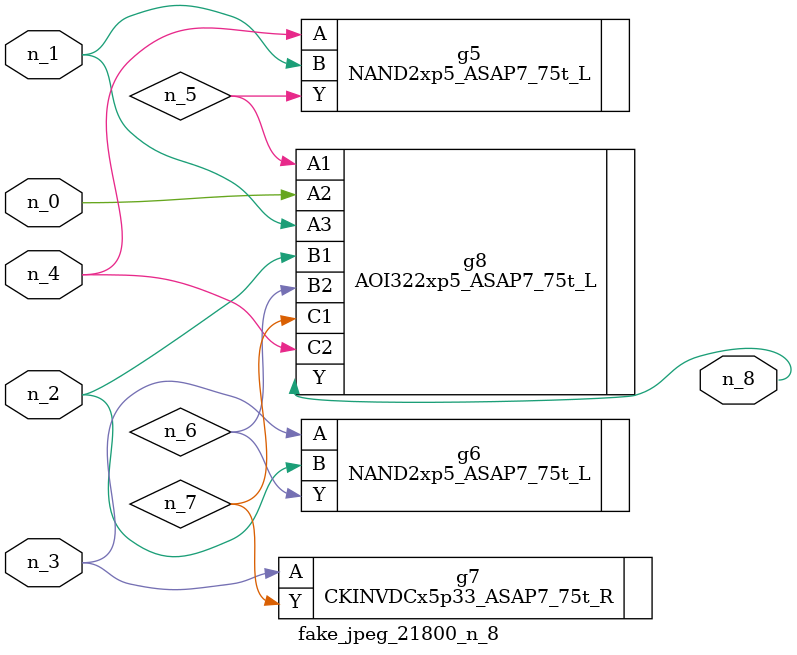
<source format=v>
module fake_jpeg_21800_n_8 (n_3, n_2, n_1, n_0, n_4, n_8);

input n_3;
input n_2;
input n_1;
input n_0;
input n_4;

output n_8;

wire n_6;
wire n_5;
wire n_7;

NAND2xp5_ASAP7_75t_L g5 ( 
.A(n_4),
.B(n_1),
.Y(n_5)
);

NAND2xp5_ASAP7_75t_L g6 ( 
.A(n_3),
.B(n_2),
.Y(n_6)
);

CKINVDCx5p33_ASAP7_75t_R g7 ( 
.A(n_3),
.Y(n_7)
);

AOI322xp5_ASAP7_75t_L g8 ( 
.A1(n_5),
.A2(n_0),
.A3(n_1),
.B1(n_2),
.B2(n_6),
.C1(n_7),
.C2(n_4),
.Y(n_8)
);


endmodule
</source>
